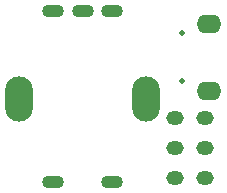
<source format=gbr>
%TF.GenerationSoftware,Altium Limited,Altium Designer,20.1.8 (145)*%
G04 Layer_Color=37055*
%FSLAX45Y45*%
%MOMM*%
%TF.SameCoordinates,69C50D53-9BFA-4F85-B750-FB8D41B2BBF4*%
%TF.FilePolarity,Negative*%
%TF.FileFunction,Soldermask,Top*%
%TF.Part,Single*%
G01*
G75*
%TA.AperFunction,ComponentPad*%
%ADD38C,0.50000*%
%ADD39O,2.10000X1.60000*%
G04:AMPARAMS|DCode=40|XSize=1.2mm|YSize=1.5mm|CornerRadius=0.6mm|HoleSize=0mm|Usage=FLASHONLY|Rotation=90.000|XOffset=0mm|YOffset=0mm|HoleType=Round|Shape=RoundedRectangle|*
%AMROUNDEDRECTD40*
21,1,1.20000,0.30000,0,0,90.0*
21,1,0.00000,1.50000,0,0,90.0*
1,1,1.20000,0.15000,0.00000*
1,1,1.20000,0.15000,0.00000*
1,1,1.20000,-0.15000,0.00000*
1,1,1.20000,-0.15000,0.00000*
%
%ADD40ROUNDEDRECTD40*%
G04:AMPARAMS|DCode=41|XSize=2.35mm|YSize=3.85mm|CornerRadius=1.175mm|HoleSize=0mm|Usage=FLASHONLY|Rotation=180.000|XOffset=0mm|YOffset=0mm|HoleType=Round|Shape=RoundedRectangle|*
%AMROUNDEDRECTD41*
21,1,2.35000,1.50000,0,0,180.0*
21,1,0.00000,3.85000,0,0,180.0*
1,1,2.35000,0.00000,0.75000*
1,1,2.35000,0.00000,0.75000*
1,1,2.35000,0.00000,-0.75000*
1,1,2.35000,0.00000,-0.75000*
%
%ADD41ROUNDEDRECTD41*%
%ADD42O,2.35000X3.85000*%
%ADD43O,1.85000X1.10000*%
D38*
X1513012Y932022D02*
D03*
Y1332022D02*
D03*
D39*
X1748013Y1415022D02*
D03*
Y849022D02*
D03*
D40*
X1459369Y614096D02*
D03*
Y106096D02*
D03*
X1713369D02*
D03*
X1459369Y360096D02*
D03*
X1713369D02*
D03*
Y614096D02*
D03*
D41*
X1214541Y775480D02*
D03*
D42*
X139541D02*
D03*
D43*
X427041Y75479D02*
D03*
X927041D02*
D03*
X677041Y1525480D02*
D03*
X427041D02*
D03*
X927041D02*
D03*
%TF.MD5,55ae441c373a4f766827297cfdd2d945*%
M02*

</source>
